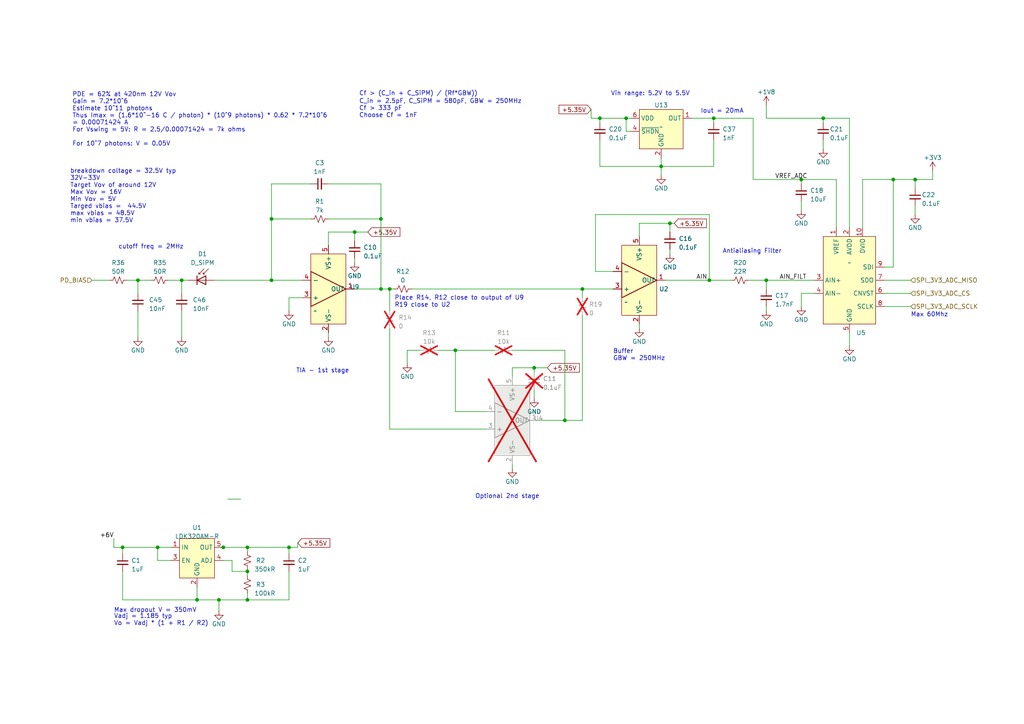
<source format=kicad_sch>
(kicad_sch (version 20230121) (generator eeschema)
  (paper "A4")
  (lib_symbols
    (symbol "Device:C_Small" (pin_numbers hide) (pin_names (offset 0.254) hide)
      (property "Reference" "C" (at 0.254 1.778 0))
      (property "Value" "C_Small" (at 0.254 -2.032 0))
      (symbol "C_Small_0_1"
        (polyline (pts (xy -1.524 -0.508) (xy 1.524 -0.508)) (stroke (width 0.3302)))
        (polyline (pts (xy -1.524 0.508) (xy 1.524 0.508)) (stroke (width 0.3048)))
      )
      (symbol "C_Small_1_1"
        (pin passive line (at 0 2.54 270) (length 2.032) (name "~") (number "1"))
        (pin passive line (at 0 -2.54 90) (length 2.032) (name "~") (number "2"))
      )
    )
    (symbol "Device:D_SiPM" (pin_numbers hide) (pin_names hide)
      (property "Reference" "D" (at 1.778 1.778 0))
      (property "Value" "D_SiPM" (at 0.254 -2.794 0))
      (symbol "D_SiPM_0_1"
        (polyline (pts (xy -1.27 0) (xy 1.27 0)))
        (polyline (pts (xy -1.27 1.27) (xy -1.27 -1.27)) (stroke (width 0.254)))
        (polyline (pts (xy -0.762 1.778) (xy -0.254 1.778)))
        (polyline (pts (xy 1.27 1.27) (xy 1.27 -1.27)) (stroke (width 0.254)))
        (polyline (pts (xy 0.762 3.302) (xy -0.762 1.778) (xy -0.762 2.286)))
        (polyline (pts (xy 1.27 1.27) (xy -1.27 0) (xy 1.27 -1.27)) (stroke (width 0.254)))
        (polyline (pts (xy 2.032 3.302) (xy 0.508 1.778) (xy 0.508 2.286) (xy 0.508 1.778) (xy 1.016 1.778)))
      )
      (symbol "D_SiPM_1_1"
        (pin passive line (at -3.81 0 0) (length 2.54) (name "K") (number "1"))
        (pin passive line (at 3.81 0 180) (length 2.54) (name "A") (number "2"))
      )
    )
    (symbol "Device:R_Small_US" (pin_numbers hide) (pin_names (offset 0.254) hide)
      (property "Reference" "R" (at 0.762 0.508 0))
      (property "Value" "R_Small_US" (at 0.762 -1.016 0))
      (symbol "R_Small_US_1_1"
        (polyline (pts (xy 0 0) (xy 1.016 -0.381) (xy 0 -0.762) (xy -1.016 -1.143) (xy 0 -1.524)))
        (polyline (pts (xy 0 1.524) (xy 1.016 1.143) (xy 0 0.762) (xy -1.016 0.381) (xy 0 0)))
        (pin passive line (at 0 2.54 270) (length 1.016) (name "~") (number "1"))
        (pin passive line (at 0 -2.54 90) (length 1.016) (name "~") (number "2"))
      )
    )
    (symbol "plaqchek_mlb:LDK320AM-R"
      (property "Reference" "U" (at 0 10.16 0))
      (property "Value" "LDK320AM-R" (at 0 7.62 0))
      (symbol "LDK320AM-R_1_1"
        (rectangle (start -5.08 6.35) (end 5.08 -5.08) (fill (type background)))
        (pin power_in line (at -7.62 3.81 0) (length 2.54) (name "IN") (number "1"))
        (pin power_in line (at 0 -7.62 90) (length 2.54) (name "GND") (number "2"))
        (pin input line (at -7.62 0 0) (length 2.54) (name "EN") (number "3"))
        (pin input line (at 7.62 0 180) (length 2.54) (name "ADJ") (number "4"))
        (pin power_out line (at 7.62 3.81 180) (length 2.54) (name "OUT") (number "5"))
      )
    )
    (symbol "plaqchek_mlb:MCP1501T-50E"
      (property "Reference" "U" (at 0 7.62 0))
      (property "Value" "MCP1501T-50E" (at 0 0 0))
      (symbol "MCP1501T-50E_1_1"
        (rectangle (start -6.35 5.08) (end 6.35 -6.35) (fill (type background)))
        (pin output line (at 8.89 2.54 180) (length 2.54) (name "OUT") (number "1"))
        (pin power_in line (at 0 -8.89 90) (length 2.54) (name "GND") (number "2"))
        (pin power_in line (at 0 -8.89 90) (length 2.54) hide (name "GND") (number "3"))
        (pin input line (at -8.89 -1.27 0) (length 2.54) (name "~{SHDN}") (number "4"))
        (pin power_in line (at 0 -8.89 90) (length 2.54) hide (name "GND") (number "5"))
        (pin power_in line (at -8.89 2.54 0) (length 2.54) (name "VDD") (number "6"))
      )
    )
    (symbol "plaqchek_mlb:MCP33131-10-E/MS"
      (property "Reference" "U" (at 0 15.24 0))
      (property "Value" "MCP33131-10-E/MS" (at 0 5.08 0))
      (symbol "MCP33131-10-E/MS_1_1"
        (rectangle (start -7.62 12.7) (end 7.62 -12.7) (fill (type background)))
        (pin input line (at -3.81 15.24 270) (length 2.54) (name "VREF") (number "1"))
        (pin power_in line (at 3.81 15.24 270) (length 2.54) (name "DVIO") (number "10"))
        (pin power_in line (at 0 15.24 270) (length 2.54) (name "AVDD") (number "2"))
        (pin input line (at -10.16 0 0) (length 2.54) (name "AIN+") (number "3"))
        (pin input line (at -10.16 -3.81 0) (length 2.54) (name "AIN-") (number "4"))
        (pin power_in line (at 0 -15.24 90) (length 2.54) (name "GND") (number "5"))
        (pin input line (at 10.16 -3.81 180) (length 2.54) (name "CNVST") (number "6"))
        (pin output line (at 10.16 0 180) (length 2.54) (name "SDO") (number "7"))
        (pin input line (at 10.16 -7.62 180) (length 2.54) (name "SCLK") (number "8"))
        (pin input line (at 10.16 3.81 180) (length 2.54) (name "SDI") (number "9"))
      )
    )
    (symbol "plaqchek_mlb:OPA814"
      (property "Reference" "U" (at 5.08 11.43 0))
      (property "Value" "OPA814" (at -3.81 -7.62 0))
      (symbol "OPA814_1_1"
        (rectangle (start -5.08 8.89) (end 5.08 -11.43) (fill (type background)))
        (polyline (pts (xy -5.08 3.81) (xy 5.08 -1.27) (xy -5.08 -6.35) (xy -5.08 3.81)) (stroke (width 0.254)) (fill (type background)))
        (pin output line (at 7.62 -1.27 180) (length 2.54) (name "OUT") (number "1"))
        (pin input line (at 0 -13.97 90) (length 2.54) (name "VS-") (number "2"))
        (pin input line (at -7.62 -3.81 0) (length 2.54) (name "+") (number "3"))
        (pin input line (at -7.62 1.27 0) (length 2.54) (name "-") (number "4"))
        (pin input line (at 0 11.43 270) (length 2.54) (name "VS+") (number "5"))
      )
    )
    (symbol "power:+1V8" (power) (pin_names (offset 0))
      (property "Value" "+1V8" (at 0 3.556 0))
      (symbol "+1V8_0_1"
        (polyline (pts (xy -0.762 1.27) (xy 0 2.54)))
        (polyline (pts (xy 0 0) (xy 0 2.54)))
        (polyline (pts (xy 0 2.54) (xy 0.762 1.27)))
      )
      (symbol "+1V8_1_1"
        (pin power_in line (at 0 0 90) (length 0) hide (name "+1V8") (number "1"))
      )
    )
    (symbol "power:+3V3" (power) (pin_names (offset 0))
      (property "Value" "+3V3" (at 0 3.556 0))
      (symbol "+3V3_0_1"
        (polyline (pts (xy -0.762 1.27) (xy 0 2.54)))
        (polyline (pts (xy 0 0) (xy 0 2.54)))
        (polyline (pts (xy 0 2.54) (xy 0.762 1.27)))
      )
      (symbol "+3V3_1_1"
        (pin power_in line (at 0 0 90) (length 0) hide (name "+3V3") (number "1"))
      )
    )
    (symbol "power:GND" (power) (pin_names (offset 0))
      (property "Value" "GND" (at 0 -3.81 0))
      (symbol "GND_0_1"
        (polyline (pts (xy 0 0) (xy 0 -1.27) (xy 1.27 -1.27) (xy 0 -2.54) (xy -1.27 -1.27) (xy 0 -1.27)))
      )
      (symbol "GND_1_1"
        (pin power_in line (at 0 0 270) (length 0) hide (name "GND") (number "1"))
      )
    )
  )
  (junction (at 71.755 173.99))
  (junction (at 110.49 63.5))
  (junction (at 113.03 83.82))
  (junction (at 173.99 34.29))
  (junction (at 35.56 158.75))
  (junction (at 63.5 173.99))
  (junction (at 71.755 158.75))
  (junction (at 57.15 173.99))
  (junction (at 205.74 81.28))
  (junction (at 132.08 101.6))
  (junction (at 238.76 34.29))
  (junction (at 64.77 158.75))
  (junction (at 110.49 83.82))
  (junction (at 154.94 106.68))
  (junction (at 222.25 81.28))
  (junction (at 163.83 121.92))
  (junction (at 40.005 81.28))
  (junction (at 181.61 34.29))
  (junction (at 78.74 81.28))
  (junction (at 83.82 158.75))
  (junction (at 232.41 52.07))
  (junction (at 45.72 158.75))
  (junction (at 52.705 81.28))
  (junction (at 71.755 165.735))
  (junction (at 168.91 83.82))
  (junction (at 102.87 67.31))
  (junction (at 78.74 63.5))
  (junction (at 194.31 64.77))
  (junction (at 259.08 52.07))
  (junction (at 265.43 52.07))
  (junction (at 207.01 34.29))
  (junction (at 191.77 48.26))
  (wire (pts (xy 205.74 81.28) (xy 193.04 81.28)))
  (wire (pts (xy 102.87 67.31) (xy 106.68 67.31)))
  (wire (pts (xy 83.82 165.735) (xy 83.82 173.99)))
  (wire (pts (xy 250.19 52.07) (xy 259.08 52.07)))
  (wire (pts (xy 246.38 96.52) (xy 246.38 100.33)))
  (wire (pts (xy 121.92 101.6) (xy 118.11 101.6)))
  (wire (pts (xy 48.895 81.28) (xy 52.705 81.28)))
  (wire (pts (xy 246.38 34.29) (xy 246.38 66.04)))
  (wire (pts (xy 102.87 83.82) (xy 110.49 83.82)))
  (wire (pts (xy 168.91 121.92) (xy 168.91 91.44)))
  (wire (pts (xy 102.87 67.31) (xy 102.87 69.85)))
  (wire (pts (xy 71.755 158.75) (xy 71.755 160.02)))
  (wire (pts (xy 86.36 158.75) (xy 83.82 158.75)))
  (wire (pts (xy 256.54 77.47) (xy 259.08 77.47)))
  (wire (pts (xy 232.41 58.42) (xy 232.41 60.96)))
  (wire (pts (xy 132.08 119.38) (xy 140.97 119.38)))
  (wire (pts (xy 110.49 83.82) (xy 113.03 83.82)))
  (wire (pts (xy 232.41 85.09) (xy 232.41 88.9)))
  (wire (pts (xy 256.54 88.9) (xy 264.16 88.9)))
  (wire (pts (xy 95.25 71.12) (xy 95.25 67.31)))
  (wire (pts (xy 218.44 52.07) (xy 232.41 52.07)))
  (wire (pts (xy 265.43 52.07) (xy 270.51 52.07)))
  (wire (pts (xy 222.25 81.28) (xy 236.22 81.28)))
  (wire (pts (xy 36.83 81.28) (xy 40.005 81.28)))
  (wire (pts (xy 40.005 81.28) (xy 40.005 85.09)))
  (wire (pts (xy 171.45 31.75) (xy 171.45 34.29)))
  (wire (pts (xy 156.21 121.92) (xy 163.83 121.92)))
  (wire (pts (xy 163.83 101.6) (xy 163.83 121.92)))
  (wire (pts (xy 110.49 53.34) (xy 110.49 63.5)))
  (wire (pts (xy 35.56 158.75) (xy 45.72 158.75)))
  (wire (pts (xy 242.57 66.04) (xy 242.57 52.07)))
  (wire (pts (xy 148.59 106.68) (xy 154.94 106.68)))
  (wire (pts (xy 246.38 -76.2) (xy 250.19 -76.2)))
  (wire (pts (xy 185.42 68.58) (xy 185.42 64.77)))
  (wire (pts (xy 33.02 156.21) (xy 33.02 158.75)))
  (wire (pts (xy 113.03 83.82) (xy 114.3 83.82)))
  (wire (pts (xy 35.56 173.99) (xy 57.15 173.99)))
  (wire (pts (xy 78.74 81.28) (xy 78.74 63.5)))
  (wire (pts (xy 148.59 134.62) (xy 148.59 135.89)))
  (wire (pts (xy 90.17 53.34) (xy 78.74 53.34)))
  (wire (pts (xy 256.54 85.09) (xy 264.16 85.09)))
  (wire (pts (xy 57.15 173.99) (xy 63.5 173.99)))
  (wire (pts (xy 52.705 90.17) (xy 52.705 97.79)))
  (wire (pts (xy 132.08 119.38) (xy 132.08 101.6)))
  (wire (pts (xy 78.74 81.28) (xy 87.63 81.28)))
  (wire (pts (xy 87.63 86.36) (xy 83.82 86.36)))
  (wire (pts (xy 57.15 170.18) (xy 57.15 173.99)))
  (wire (pts (xy 168.91 83.82) (xy 177.8 83.82)))
  (wire (pts (xy 217.17 81.28) (xy 222.25 81.28)))
  (wire (pts (xy 265.43 52.07) (xy 265.43 54.61)))
  (wire (pts (xy 173.99 34.29) (xy 173.99 35.56)))
  (wire (pts (xy 181.61 34.29) (xy 173.99 34.29)))
  (wire (pts (xy 181.61 38.1) (xy 181.61 34.29)))
  (wire (pts (xy 232.41 52.07) (xy 242.57 52.07)))
  (wire (pts (xy 218.44 34.29) (xy 218.44 52.07)))
  (wire (pts (xy 119.38 83.82) (xy 168.91 83.82)))
  (wire (pts (xy 67.31 165.735) (xy 71.755 165.735)))
  (wire (pts (xy 95.25 67.31) (xy 102.87 67.31)))
  (wire (pts (xy 95.25 53.34) (xy 110.49 53.34)))
  (wire (pts (xy 222.25 30.48) (xy 222.25 34.29)))
  (wire (pts (xy 118.11 101.6) (xy 118.11 105.41)))
  (wire (pts (xy 154.94 113.03) (xy 154.94 115.57)))
  (wire (pts (xy 113.03 83.82) (xy 113.03 90.17)))
  (wire (pts (xy 67.31 162.56) (xy 67.31 165.735)))
  (wire (pts (xy 113.03 95.25) (xy 113.03 124.46)))
  (wire (pts (xy 205.74 81.28) (xy 212.09 81.28)))
  (wire (pts (xy 52.705 85.09) (xy 52.705 81.28)))
  (wire (pts (xy 200.66 34.29) (xy 207.01 34.29)))
  (wire (pts (xy 207.01 48.26) (xy 191.77 48.26)))
  (wire (pts (xy 35.56 165.735) (xy 35.56 173.99)))
  (wire (pts (xy 62.23 81.28) (xy 78.74 81.28)))
  (wire (pts (xy 148.59 101.6) (xy 163.83 101.6)))
  (wire (pts (xy 222.25 34.29) (xy 238.76 34.29)))
  (wire (pts (xy 95.25 63.5) (xy 110.49 63.5)))
  (wire (pts (xy 259.08 52.07) (xy 259.08 77.47)))
  (wire (pts (xy 49.53 162.56) (xy 45.72 162.56)))
  (wire (pts (xy 83.82 86.36) (xy 83.82 90.17)))
  (wire (pts (xy 194.31 64.77) (xy 195.58 64.77)))
  (wire (pts (xy 194.31 64.77) (xy 194.31 67.31)))
  (wire (pts (xy 63.5 173.99) (xy 63.5 177.165)))
  (wire (pts (xy 26.67 81.28) (xy 31.75 81.28)))
  (wire (pts (xy 83.82 158.75) (xy 83.82 160.655)))
  (wire (pts (xy 205.74 62.23) (xy 205.74 81.28)))
  (wire (pts (xy 168.91 83.82) (xy 168.91 86.36)))
  (wire (pts (xy 71.755 165.735) (xy 71.755 167.005)))
  (wire (pts (xy 64.77 158.75) (xy 71.755 158.75)))
  (wire (pts (xy 172.72 62.23) (xy 205.74 62.23)))
  (wire (pts (xy 127 101.6) (xy 132.08 101.6)))
  (wire (pts (xy 64.77 162.56) (xy 67.31 162.56)))
  (wire (pts (xy 71.755 165.1) (xy 71.755 165.735)))
  (wire (pts (xy 132.08 101.6) (xy 143.51 101.6)))
  (wire (pts (xy 52.705 81.28) (xy 54.61 81.28)))
  (wire (pts (xy 185.42 93.98) (xy 185.42 95.25)))
  (wire (pts (xy 173.99 34.29) (xy 171.45 34.29)))
  (wire (pts (xy 250.19 66.04) (xy 250.19 52.07)))
  (wire (pts (xy 191.77 48.26) (xy 191.77 45.72)))
  (wire (pts (xy 148.59 109.22) (xy 148.59 106.68)))
  (wire (pts (xy 71.755 173.99) (xy 83.82 173.99)))
  (wire (pts (xy 45.72 158.75) (xy 45.72 162.56)))
  (wire (pts (xy 177.8 78.74) (xy 172.72 78.74)))
  (wire (pts (xy 265.43 59.69) (xy 265.43 62.23)))
  (wire (pts (xy 71.755 172.085) (xy 71.755 173.99)))
  (wire (pts (xy 207.01 34.29) (xy 207.01 35.56)))
  (wire (pts (xy 256.54 81.28) (xy 264.16 81.28)))
  (wire (pts (xy 222.25 88.9) (xy 222.25 90.17)))
  (wire (pts (xy 270.51 49.53) (xy 270.51 52.07)))
  (wire (pts (xy 71.755 158.75) (xy 83.82 158.75)))
  (wire (pts (xy 40.005 90.17) (xy 40.005 97.79)))
  (wire (pts (xy 86.36 157.48) (xy 86.36 158.75)))
  (wire (pts (xy 238.76 40.64) (xy 238.76 43.18)))
  (wire (pts (xy 64.135 158.75) (xy 64.77 158.75)))
  (wire (pts (xy 207.01 40.64) (xy 207.01 48.26)))
  (wire (pts (xy 173.99 40.64) (xy 173.99 48.26)))
  (wire (pts (xy 110.49 63.5) (xy 110.49 83.82)))
  (wire (pts (xy 185.42 64.77) (xy 194.31 64.77)))
  (wire (pts (xy 259.08 52.07) (xy 265.43 52.07)))
  (wire (pts (xy 191.77 48.26) (xy 191.77 50.8)))
  (wire (pts (xy 163.83 121.92) (xy 168.91 121.92)))
  (wire (pts (xy 154.94 106.68) (xy 158.75 106.68)))
  (wire (pts (xy 236.22 85.09) (xy 232.41 85.09)))
  (wire (pts (xy 45.72 158.75) (xy 49.53 158.75)))
  (wire (pts (xy 102.87 74.93) (xy 102.87 76.2)))
  (wire (pts (xy 172.72 62.23) (xy 172.72 78.74)))
  (wire (pts (xy 154.94 106.68) (xy 154.94 107.95)))
  (wire (pts (xy 35.56 158.75) (xy 35.56 160.655)))
  (wire (pts (xy 66.04 144.78) (xy 69.85 144.78)))
  (wire (pts (xy 40.005 81.28) (xy 43.815 81.28)))
  (wire (pts (xy 182.88 34.29) (xy 181.61 34.29)))
  (wire (pts (xy 173.99 48.26) (xy 191.77 48.26)))
  (wire (pts (xy 182.88 38.1) (xy 181.61 38.1)))
  (wire (pts (xy 222.25 81.28) (xy 222.25 83.82)))
  (wire (pts (xy 238.76 34.29) (xy 246.38 34.29)))
  (wire (pts (xy 232.41 52.07) (xy 232.41 53.34)))
  (wire (pts (xy 194.31 72.39) (xy 194.31 73.66)))
  (wire (pts (xy 78.74 53.34) (xy 78.74 63.5)))
  (wire (pts (xy 35.56 158.75) (xy 33.02 158.75)))
  (wire (pts (xy 113.03 124.46) (xy 140.97 124.46)))
  (wire (pts (xy 207.01 34.29) (xy 218.44 34.29)))
  (wire (pts (xy 63.5 173.99) (xy 71.755 173.99)))
  (wire (pts (xy 95.25 96.52) (xy 95.25 97.79)))
  (wire (pts (xy 238.76 34.29) (xy 238.76 35.56)))
  (wire (pts (xy 78.74 63.5) (xy 90.17 63.5)))
  (text "Vadj = 1.185 typ\nVo = Vadj * (1 + R1 / R2)" (at 33.02 181.61 0) (effects (font (size 1.27 1.27)) (justify left bottom)))
  (text "Buffer\nGBW = 250MHz" (at 177.8 104.775 0) (effects (font (size 1.27 1.27)) (justify left bottom)))
  (text "C_in = 2.5pF, C_SiPM = 580pF, GBW = 250MHz\nCf > 333 pF\nChoose Cf = 1nF" (at 104.14 34.29 0) (effects (font (size 1.27 1.27)) (justify left bottom)))
  (text "Iout = 20mA" (at 203.2 33.02 0) (effects (font (size 1.27 1.27)) (justify left bottom)))
  (text "TIA - 1st stage\n" (at 85.852 108.331 0) (effects (font (size 1.27 1.27)) (justify left bottom)))
  (text "Max 60Mhz" (at 264.16 92.075 0) (effects (font (size 1.27 1.27)) (justify left bottom)))
  (text "Max dropout V = 350mV" (at 33.02 177.8 0) (effects (font (size 1.27 1.27)) (justify left bottom)))
  (text "Optional 2nd stage" (at 137.795 144.78 0) (effects (font (size 1.27 1.27)) (justify left bottom)))
  (text "Cf > (C_in + C_SiPM) / (Rf*GBW))\n" (at 104.14 27.94 0) (effects (font (size 1.27 1.27)) (justify left bottom)))
  (text "breakdown coltage = 32.5V typ\n32V-33V\nTarget Vov of around 12V\nMax Vov = 16V\nMin Vov = 5V\nTarged vbias =  44.5V\nmax vbias = 48.5V\nmin vbias = 37.5V" (at 20.32 64.77 0) (effects (font (size 1.27 1.27)) (justify left bottom)))
  (text "cutoff freq = 2MHz\n" (at 34.29 72.39 0) (effects (font (size 1.27 1.27)) (justify left bottom)))
  (text "Antialiasing Filter" (at 209.55 73.66 0) (effects (font (size 1.27 1.27)) (justify left bottom)))
  (text "Vin range: 5.2V to 5.5V" (at 177.165 27.94 0) (effects (font (size 1.27 1.27)) (justify left bottom)))
  (text "PDE = 62% at 420nm 12V Vov\nGain = 7.2*10^6\nEstimate 10^11 photons\nThus Imax = (1.6*10^-16 C / photon) * (10^9 photons) * 0.62 * 7.2*10^6\n= 0.00071424 A\nFor Vswing = 5V: R = 2.5/0.00071424 = 7k ohms\n\nFor 10^7 photons: V = 0.05V\n" (at 20.955 42.545 0) (effects (font (size 1.27 1.27)) (justify left bottom)))
  (text "Place R14, R12 close to output of U9\nR19 close to U2" (at 114.427 89.281 0) (effects (font (size 1.27 1.27)) (justify left bottom)))
  (label "AIN_FILT" (at 226.06 81.28 0))
  (label "AIN" (at 201.93 81.28 0))
  (label "+6V" (at 33.02 156.21 180))
  (label "VREF_ADC" (at 224.79 52.07 0))
  (global_label "+5.35V" (shape input) (at 195.58 64.77 0) (property "Intersheetrefs" "${INTERSHEET_REFS}" (effects hide)))
  (global_label "+5.35V" (shape input) (at 171.45 31.75 180) (property "Intersheetrefs" "${INTERSHEET_REFS}" (effects hide)))
  (global_label "+5.35V" (shape input) (at 86.36 157.48 0) (property "Intersheetrefs" "${INTERSHEET_REFS}" (effects hide)))
  (global_label "+5.35V" (shape input) (at 158.75 106.68 0) (property "Intersheetrefs" "${INTERSHEET_REFS}" (effects hide)))
  (global_label "+5.35V" (shape input) (at 106.68 67.31 0) (property "Intersheetrefs" "${INTERSHEET_REFS}" (effects hide)))
  (hierarchical_label "SPI_3V3_ADC_CS" (shape input) (at 264.16 85.09 0))
  (hierarchical_label "SPI_3V3_ADC_SCLK" (shape input) (at 264.16 88.9 0))
  (hierarchical_label "PD_BIAS" (shape input) (at 26.67 81.28 180))
  (hierarchical_label "SPI_3V3_ADC_MISO" (shape input) (at 264.16 81.28 0))
  (symbol (lib_id "Device:C_Small") (at 222.25 86.36 0) (unit 1)
    (property "Reference" "C17" (at 224.79 85.7313 0) (effects (justify left)))
    (property "Value" "1.7nF" (at 224.79 88.2713 0) (effects (justify left)))
  )
  (symbol (lib_id "power:GND") (at 246.38 100.33 0) (unit 1)
    (property "Reference" "#PWR041" (effects hide))
    (property "Value" "GND" (at 246.38 104.14 0))
  )
  (symbol (lib_id "power:+3V3") (at 270.51 49.53 0) (unit 1)
    (property "Reference" "#PWR08" (effects hide))
    (property "Value" "+3V3" (at 270.51 45.72 0))
  )
  (symbol (lib_id "plaqchek_mlb:MCP1501T-50E") (at 191.77 36.83 0) (unit 1)
    (property "Reference" "U13" (at 191.77 30.48 0))
    (property "Value" "~" (at 191.77 36.83 0))
    (property "Datasheet" "https://ww1.microchip.com/downloads/aemDocuments/documents/MSLD/ProductDocuments/DataSheets/MCP1501-Data-Sheet-DS20005474F.pdf" (effects hide))
  )
  (symbol (lib_id "Device:R_Small_US") (at 116.84 83.82 90) (unit 1)
    (property "Reference" "R12" (at 116.84 78.74 90))
    (property "Value" "0" (at 116.84 81.28 90))
  )
  (symbol (lib_id "Device:R_Small_US") (at 46.355 81.28 90) (unit 1)
    (property "Reference" "R35" (at 46.355 76.2 90))
    (property "Value" "50R" (at 46.355 78.74 90))
  )
  (symbol (lib_id "Device:R_Small_US") (at 124.46 101.6 90) (unit 1) (dnp yes)
    (property "Reference" "R13" (at 124.46 96.52 90))
    (property "Value" "10k" (at 124.46 99.06 90))
  )
  (symbol (lib_id "power:GND") (at 265.43 62.23 0) (unit 1)
    (property "Reference" "#PWR046" (effects hide))
    (property "Value" "GND" (at 265.43 66.04 0))
  )
  (symbol (lib_id "Device:C_Small") (at 173.99 38.1 0) (unit 1)
    (property "Reference" "C20" (at 176.53 37.4713 0) (effects (justify left)))
    (property "Value" "0.1uF" (at 176.53 40.0113 0) (effects (justify left)))
  )
  (symbol (lib_id "Device:R_Small_US") (at 71.755 169.545 0) (unit 1)
    (property "Reference" "R3" (at 75.565 169.545 0))
    (property "Value" "100kR" (at 76.835 172.085 0))
  )
  (symbol (lib_id "power:+1V8") (at 222.25 30.48 0) (unit 1)
    (property "Reference" "#PWR042" (effects hide))
    (property "Value" "+1V8" (at 222.25 26.67 0))
  )
  (symbol (lib_id "power:GND") (at 191.77 50.8 0) (unit 1)
    (property "Reference" "#PWR044" (effects hide))
    (property "Value" "GND" (at 191.77 54.61 0))
  )
  (symbol (lib_id "power:GND") (at 238.76 43.18 0) (unit 1)
    (property "Reference" "#PWR045" (effects hide))
    (property "Value" "GND" (at 238.76 46.99 0))
  )
  (symbol (lib_id "Device:R_Small_US") (at 214.63 81.28 90) (unit 1)
    (property "Reference" "R20" (at 214.63 76.2 90))
    (property "Value" "22R" (at 214.63 78.74 90))
  )
  (symbol (lib_id "power:GND") (at 102.87 76.2 0) (unit 1)
    (property "Reference" "#PWR029" (effects hide))
    (property "Value" "GND" (at 102.87 80.01 0))
  )
  (symbol (lib_id "Device:C_Small") (at 154.94 110.49 180) (unit 1) (dnp yes)
    (property "Reference" "C11" (at 157.48 109.8486 0) (effects (justify right)))
    (property "Value" "0.1uF" (at 157.48 112.3886 0) (effects (justify right)))
  )
  (symbol (lib_id "Device:C_Small") (at 265.43 57.15 0) (unit 1)
    (property "Reference" "C22" (at 267.335 56.515 0) (effects (justify left)))
    (property "Value" "0.1uF" (at 267.335 59.055 0) (effects (justify left)))
  )
  (symbol (lib_id "power:GND") (at 222.25 90.17 0) (unit 1)
    (property "Reference" "#PWR034" (effects hide))
    (property "Value" "GND" (at 222.25 93.98 0))
  )
  (symbol (lib_id "Device:C_Small") (at 40.005 87.63 180) (unit 1)
    (property "Reference" "C45" (at 43.18 86.9886 0) (effects (justify right)))
    (property "Value" "10nF" (at 43.18 89.5286 0) (effects (justify right)))
  )
  (symbol (lib_id "Device:C_Small") (at 92.71 53.34 90) (unit 1)
    (property "Reference" "C3" (at 92.7163 47.244 90))
    (property "Value" "1nF" (at 92.7163 49.784 90))
  )
  (symbol (lib_id "plaqchek_mlb:OPA814") (at 148.59 120.65 0) (unit 1) (dnp yes)
    (property "Reference" "U4" (at 156.21 121.3359 0))
    (property "Value" "~" (at 144.78 128.27 0))
    (property "Datasheet" "https://www.ti.com/lit/ds/symlink/opa814.pdf?ts=1733682020888&ref_url=https%253A%252F%252Fwww.ti.com%252Famplifier-circuit%252Fop-amps%252Fproducts.html" (effects hide))
  )
  (symbol (lib_id "power:GND") (at 194.31 73.66 0) (unit 1)
    (property "Reference" "#PWR037" (effects hide))
    (property "Value" "GND" (at 194.31 77.47 0))
  )
  (symbol (lib_id "power:GND") (at 118.11 105.41 0) (unit 1)
    (property "Reference" "#PWR023" (effects hide))
    (property "Value" "GND" (at 118.11 109.22 0))
  )
  (symbol (lib_id "Device:C_Small") (at 83.82 163.195 0) (unit 1)
    (property "Reference" "C2" (at 86.36 162.5663 0) (effects (justify left)))
    (property "Value" "1uF" (at 86.36 165.1063 0) (effects (justify left)))
  )
  (symbol (lib_id "power:GND") (at 185.42 95.25 0) (unit 1)
    (property "Reference" "#PWR038" (effects hide))
    (property "Value" "GND" (at 185.42 99.06 0))
  )
  (symbol (lib_id "plaqchek_mlb:OPA814") (at 95.25 82.55 0) (unit 1)
    (property "Reference" "U9" (at 102.87 83.2359 0))
    (property "Value" "~" (at 91.44 90.17 0))
    (property "Datasheet" "https://www.ti.com/lit/ds/symlink/opa814.pdf?ts=1733682020888&ref_url=https%253A%252F%252Fwww.ti.com%252Famplifier-circuit%252Fop-amps%252Fproducts.html" (effects hide))
  )
  (symbol (lib_id "Device:R_Small_US") (at 168.91 88.9 180) (unit 1) (dnp yes)
    (property "Reference" "R19" (at 170.815 88.265 0) (effects (justify right)))
    (property "Value" "0" (at 170.815 90.805 0) (effects (justify right)))
  )
  (symbol (lib_id "Device:C_Small") (at 207.01 38.1 0) (unit 1)
    (property "Reference" "C37" (at 209.55 37.4713 0) (effects (justify left)))
    (property "Value" "1nF" (at 209.55 40.0113 0) (effects (justify left)))
  )
  (symbol (lib_id "power:GND") (at 154.94 115.57 0) (unit 1)
    (property "Reference" "#PWR036" (effects hide))
    (property "Value" "GND" (at 154.94 119.38 0))
  )
  (symbol (lib_id "power:GND") (at 232.41 60.96 0) (unit 1)
    (property "Reference" "#PWR043" (effects hide))
    (property "Value" "GND" (at 232.41 64.77 0))
  )
  (symbol (lib_id "Device:C_Small") (at 52.705 87.63 180) (unit 1)
    (property "Reference" "C46" (at 55.88 86.9886 0) (effects (justify right)))
    (property "Value" "10nF" (at 55.88 89.5286 0) (effects (justify right)))
  )
  (symbol (lib_id "Device:C_Small") (at 35.56 163.195 0) (unit 1)
    (property "Reference" "C1" (at 38.1 162.5663 0) (effects (justify left)))
    (property "Value" "1uF" (at 38.1 165.1063 0) (effects (justify left)))
  )
  (symbol (lib_id "Device:C_Small") (at 232.41 55.88 0) (unit 1)
    (property "Reference" "C18" (at 234.95 55.2513 0) (effects (justify left)))
    (property "Value" "10uF" (at 234.95 57.7913 0) (effects (justify left)))
  )
  (symbol (lib_id "Device:C_Small") (at 194.31 69.85 180) (unit 1)
    (property "Reference" "C16" (at 196.85 69.2086 0) (effects (justify right)))
    (property "Value" "0.1uF" (at 196.85 71.7486 0) (effects (justify right)))
  )
  (symbol (lib_id "power:GND") (at 83.82 90.17 0) (unit 1)
    (property "Reference" "#PWR05" (effects hide))
    (property "Value" "GND" (at 83.82 93.98 0))
  )
  (symbol (lib_id "Device:R_Small_US") (at 92.71 63.5 90) (unit 1)
    (property "Reference" "R1" (at 92.71 58.42 90))
    (property "Value" "7k" (at 92.71 60.96 90))
  )
  (symbol (lib_id "Device:D_SiPM") (at 58.42 81.28 0) (unit 1)
    (property "Reference" "D1" (at 58.7375 73.66 0))
    (property "Value" "D_SiPM" (at 58.7375 76.2 0))
  )
  (symbol (lib_id "power:GND") (at 148.59 135.89 0) (unit 1)
    (property "Reference" "#PWR039" (effects hide))
    (property "Value" "GND" (at 148.59 139.7 0))
  )
  (symbol (lib_id "Device:C_Small") (at 238.76 38.1 0) (unit 1)
    (property "Reference" "C21" (at 240.665 37.465 0) (effects (justify left)))
    (property "Value" "0.1uF" (at 240.665 40.005 0) (effects (justify left)))
  )
  (symbol (lib_id "Device:R_Small_US") (at 146.05 101.6 90) (unit 1) (dnp yes)
    (property "Reference" "R11" (at 146.05 96.52 90))
    (property "Value" "10k" (at 146.05 99.06 90))
  )
  (symbol (lib_id "power:GND") (at 52.705 97.79 0) (unit 1)
    (property "Reference" "#PWR073" (effects hide))
    (property "Value" "GND" (at 52.705 101.6 0))
  )
  (symbol (lib_id "plaqchek_mlb:OPA814") (at 185.42 80.01 0) (unit 1)
    (property "Reference" "U2" (at 192.532 83.82 0))
    (property "Value" "~" (at 181.61 87.63 0))
    (property "Datasheet" "https://www.ti.com/lit/ds/symlink/opa814.pdf?ts=1733682020888&ref_url=https%253A%252F%252Fwww.ti.com%252Famplifier-circuit%252Fop-amps%252Fproducts.html" (effects hide))
  )
  (symbol (lib_id "plaqchek_mlb:LDK320AM-R") (at 57.15 162.56 0) (unit 1)
    (property "Reference" "U1" (at 57.15 153.035 0))
    (property "Value" "LDK320AM-R" (at 57.15 155.575 0))
    (property "Datasheet" "https://www.st.com/resource/en/datasheet/ldk320.pdf" (effects hide))
  )
  (symbol (lib_id "Device:R_Small_US") (at 71.755 162.56 0) (unit 1)
    (property "Reference" "R2" (at 75.565 162.56 0))
    (property "Value" "350kR" (at 76.835 165.1 0))
  )
  (symbol (lib_id "Device:R_Small_US") (at 34.29 81.28 90) (unit 1)
    (property "Reference" "R36" (at 34.29 76.2 90))
    (property "Value" "50R" (at 34.29 78.74 90))
  )
  (symbol (lib_id "Device:C_Small") (at 102.87 72.39 180) (unit 1)
    (property "Reference" "C10" (at 105.41 71.7486 0) (effects (justify right)))
    (property "Value" "0.1uF" (at 105.41 74.2886 0) (effects (justify right)))
  )
  (symbol (lib_id "power:GND") (at 95.25 97.79 0) (unit 1)
    (property "Reference" "#PWR030" (effects hide))
    (property "Value" "GND" (at 95.25 101.6 0))
  )
  (symbol (lib_id "power:GND") (at 63.5 177.165 0) (unit 1)
    (property "Reference" "#PWR01" (effects hide))
    (property "Value" "GND" (at 63.5 180.975 0))
  )
  (symbol (lib_id "power:GND") (at 232.41 88.9 0) (unit 1)
    (property "Reference" "#PWR040" (effects hide))
    (property "Value" "GND" (at 232.41 92.71 0))
  )
  (symbol (lib_id "plaqchek_mlb:MCP33131-10-E/MS") (at 246.38 81.28 0) (unit 1)
    (property "Reference" "U5" (at 248.3359 96.52 0) (effects (justify left)))
    (property "Value" "~" (at 246.38 76.2 0))
    (property "Datasheet" "https://ww1.microchip.com/downloads/en/DeviceDoc/MCP33131-MCP33121-MCP33111-Family-Data-Sheet-DS20006122A.pdf" (effects hide))
  )
  (symbol (lib_id "power:GND") (at 40.005 97.79 0) (unit 1)
    (property "Reference" "#PWR074" (effects hide))
    (property "Value" "GND" (at 40.005 101.6 0))
  )
  (symbol (lib_id "Device:R_Small_US") (at 113.03 92.71 0) (unit 1) (dnp yes)
    (property "Reference" "R14" (at 115.57 92.075 0) (effects (justify left)))
    (property "Value" "0" (at 115.57 94.615 0) (effects (justify left)))
  )
)
</source>
